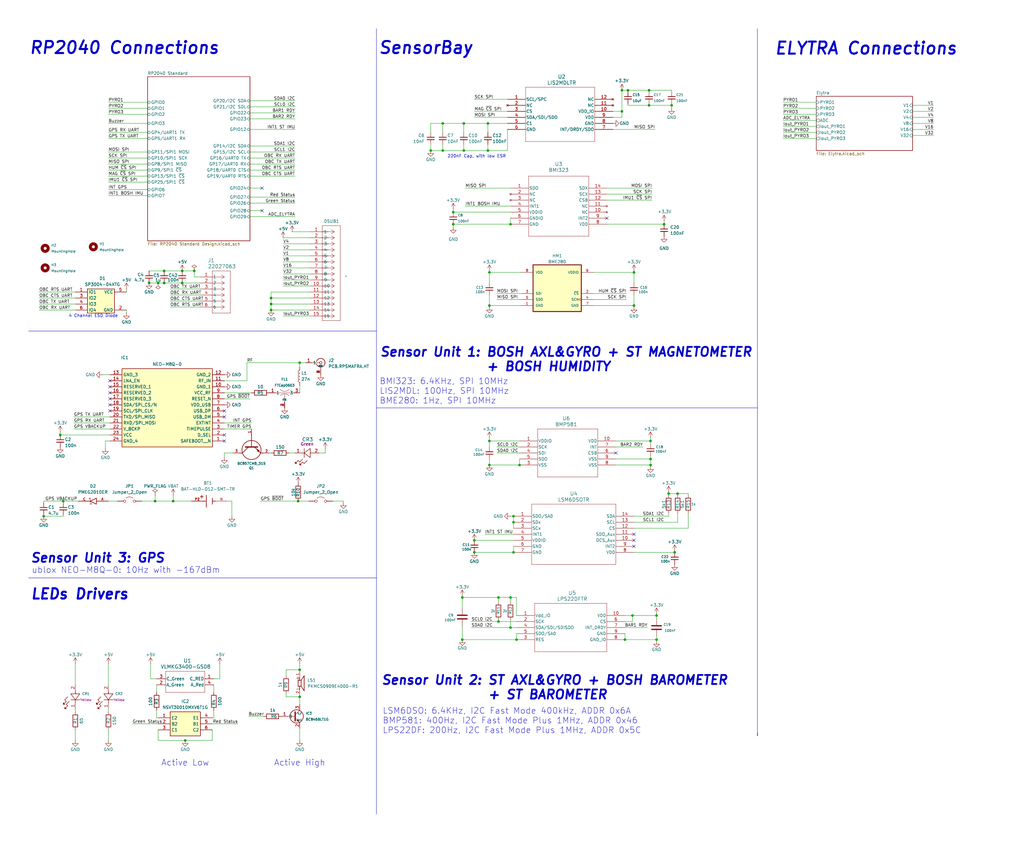
<source format=kicad_sch>
(kicad_sch (version 20250114) (generator "eeschema") (generator_version "9.0")
  (paper "User" 431.8 355.6)
  (title_block (title "Navigator") (date "2025-04-18") (company "Porto Space Team") (comment 1 "Miguel Amorim") (comment 2 "Guilherme Coelho"))
  (text "BMI323: 6.4KHz, SPI 10MHz \nLIS2MDL: 100Hz, SPI 10MHz\nBME280: 1Hz, SPI 10MHz" (at 160.02 165.1 0) (effects (font (size 2.54 2.54)) (justify left)))
  (text "Sensor Unit 2: ST AXL&GYRO + BOSH BAROMETER\n			+ ST BAROMETER " (at 160.655 290.195 0) (effects (font (size 3.81 3.81) (thickness 0.762) (bold yes) (italic yes)) (justify left)))
  (text "SensorBay" (at 159.385 20.32 0) (effects (font (size 5.08 5.08) (thickness 0.8636) (bold yes) (italic yes)) (justify left)))
  (text "Active Low" (at 78.105 321.945 0) (effects (font (size 2.54 2.54))))
  (text "ELYTRA Connections" (at 326.39 20.574 0) (effects (font (size 5.08 5.08) (thickness 0.8636) (bold yes) (italic yes)) (justify left)))
  (text "RP2040 Connections" (at 12.065 20.32 0) (effects (font (size 5.08 5.08) (thickness 0.8636) (bold yes) (italic yes)) (justify left)))
  (text "Sensor Unit 3: GPS\n" (at 12.7 235.585 0) (effects (font (size 3.81 3.81) (thickness 0.762) (bold yes) (italic yes)) (justify left)))
  (text "Active High" (at 126.365 321.945 0) (effects (font (size 2.54 2.54))))
  (text "LEDs Drivers" (at 12.7 250.825 0) (effects (font (size 4.318 4.318) (thickness 0.8636) (bold yes) (italic yes)) (justify left)))
  (text "Sensor Unit 1: BOSH AXL&GYRO + ST MAGNETOMETER \n			+ BOSH HUMIDITY" (at 160.02 151.765 0) (effects (font (size 3.81 3.81) (thickness 0.762) (bold yes) (italic yes)) (justify left)))
  (text "4 Channel ESD Diode" (at 39.37 133.35 0) (effects (font (size 1.27 1.27))))
  (text "ublox NEO-M8Q-0: 10Hz with -167dBm" (at 13.335 240.665 0) (effects (font (size 2.54 2.54)) (justify left)))
  (text "LSM6DSO: 6.4KHz, I2C Fast Mode 400kHz, ADDR 0x6A\nBMP581: 400Hz, I2C Fast Mode Plus 1MHz, ADDR 0x46\nLPS22DF: 200Hz, I2C Fast Mode Plus 1MHz, ADDR 0x5C" (at 161.29 304.165 0) (effects (font (size 2.54 2.54)) (justify left)))
  (text "220nF Cap, with low ESR" (at 213.36 66.04 0) (effects (font (size 1.27 1.27)) (justify right)))
  (junction (at 276.86 259.715))
  (junction (at 210.185 262.255))
  (junction (at 114.3 125.73))
  (junction (at 274.32 186.055))
  (junction (at 217.805 269.875))
  (junction (at 216.535 220.345))
  (junction (at 210.185 252.095))
  (junction (at 76.835 114.3))
  (junction (at 181.61 63.5))
  (junction (at 195.58 52.07))
  (junction (at 81.915 114.3))
  (junction (at 69.215 119.38))
  (junction (at 191.135 89.535))
  (junction (at 200.025 233.045))
  (junction (at 274.32 193.675))
  (junction (at 191.135 94.615))
  (junction (at 195.58 63.5))
  (junction (at 284.48 233.045))
  (junction (at 267.335 128.905))
  (junction (at 206.375 196.215))
  (junction (at 62.865 119.38))
  (junction (at 18.415 217.805))
  (junction (at 114.3 130.81))
  (junction (at 280.035 94.615))
  (junction (at 264.795 38.1))
  (junction (at 194.945 252.095))
  (junction (at 263.525 269.875))
  (junction (at 206.375 186.055))
  (junction (at 73.025 211.455))
  (junction (at 69.215 114.3))
  (junction (at 215.265 252.095))
  (junction (at 125.73 211.455))
  (junction (at 262.255 38.1))
  (junction (at 78.105 312.42))
  (junction (at 25.4 183.515))
  (junction (at 200.025 227.965))
  (junction (at 216.535 233.045))
  (junction (at 66.675 119.38))
  (junction (at 126.365 153.035))
  (junction (at 283.21 44.45))
  (junction (at 114.3 128.27))
  (junction (at 206.375 128.905))
  (junction (at 273.685 44.45))
  (junction (at 126.365 294.005))
  (junction (at 186.69 63.5))
  (junction (at 76.835 119.38))
  (junction (at 285.75 208.28))
  (junction (at 219.075 196.215))
  (junction (at 276.86 269.875))
  (junction (at 65.405 211.455))
  (junction (at 215.265 264.795))
  (junction (at 215.265 94.615))
  (junction (at 194.945 269.875))
  (junction (at 26.67 211.455))
  (junction (at 281.94 208.28))
  (junction (at 274.32 196.215))
  (junction (at 186.69 52.07))
  (junction (at 266.7 259.715))
  (junction (at 267.335 114.935))
  (junction (at 126.365 282.575))
  (junction (at 206.375 114.935))
  (junction (at 216.535 217.805))
  (junction (at 205.74 63.5))
  (junction (at 273.685 38.1))
  (junction (at 262.255 46.99))
  (junction (at 205.74 52.07))
  (no_connect (at 46.355 165.735))
  (no_connect (at 94.615 175.895))
  (no_connect (at 94.615 173.355))
  (no_connect (at 94.615 183.515))
  (no_connect (at 110.49 88.9))
  (no_connect (at 46.355 163.195))
  (no_connect (at 267.335 230.505))
  (no_connect (at 94.615 186.055))
  (no_connect (at 267.335 227.965))
  (no_connect (at 110.49 79.375))
  (no_connect (at 267.335 225.425))
  (no_connect (at 46.355 173.355))
  (no_connect (at 255.905 92.075))
  (no_connect (at 46.355 168.275))
  (no_connect (at 46.355 170.815))
  (no_connect (at 46.355 160.655))
  (no_connect (at 259.715 191.135))
  (wire (pts (xy 89.535 312.42) (xy 89.535 307.975)))
  (wire (pts (xy 195.58 63.5) (xy 205.74 63.5)))
  (wire (pts (xy 105.41 42.545) (xy 124.46 42.545)))
  (wire (pts (xy 123.19 97.79) (xy 130.81 97.79)))
  (wire (pts (xy 200.025 227.965) (xy 216.535 227.965)))
  (wire (pts (xy 200.025 49.53) (xy 213.995 49.53)))
  (wire (pts (xy 281.94 208.28) (xy 281.94 208.915)))
  (wire (pts (xy 181.61 63.5) (xy 186.69 63.5)))
  (wire (pts (xy 205.74 52.07) (xy 213.995 52.07)))
  (wire (pts (xy 120.65 285.115) (xy 120.65 282.575)))
  (wire (pts (xy 120.65 292.735) (xy 120.65 294.005)))
  (wire (pts (xy 18.415 217.805) (xy 26.67 217.805)))
  (wire (pts (xy 267.335 217.805) (xy 281.94 217.805)))
  (polyline (pts (xy 318.135 172.085) (xy 319.405 172.085)))
  (wire (pts (xy 215.265 252.095) (xy 215.265 254)))
  (wire (pts (xy 210.185 262.255) (xy 217.805 262.255)))
  (wire (pts (xy 71.755 129.54) (xy 84.455 129.54)))
  (wire (pts (xy 45.72 74.295) (xy 62.23 74.295)))
  (wire (pts (xy 281.94 216.535) (xy 281.94 217.805)))
  (wire (pts (xy 255.905 79.375) (xy 274.955 79.375)))
  (wire (pts (xy 94.615 165.735) (xy 106.045 165.735)))
  (wire (pts (xy 105.41 61.595) (xy 124.46 61.595)))
  (wire (pts (xy 285.75 208.28) (xy 285.75 208.915)))
  (wire (pts (xy 18.415 212.09) (xy 18.415 211.455)))
  (wire (pts (xy 250.19 114.935) (xy 267.335 114.935)))
  (wire (pts (xy 53.34 132.08) (xy 53.34 130.81)))
  (wire (pts (xy 206.375 184.785) (xy 206.375 186.055)))
  (wire (pts (xy 45.72 69.215) (xy 62.23 69.215)))
  (wire (pts (xy 125.73 211.455) (xy 130.175 211.455)))
  (wire (pts (xy 16.51 130.81) (xy 31.75 130.81)))
  (wire (pts (xy 200.025 41.91) (xy 213.995 41.91)))
  (wire (pts (xy 105.41 71.755) (xy 124.46 71.755)))
  (wire (pts (xy 109.855 211.455) (xy 125.73 211.455)))
  (wire (pts (xy 259.715 188.595) (xy 271.145 188.595)))
  (wire (pts (xy 69.215 119.38) (xy 76.835 119.38)))
  (wire (pts (xy 69.215 114.3) (xy 76.835 114.3)))
  (wire (pts (xy 66.04 302.895) (xy 66.675 302.895)))
  (wire (pts (xy 76.835 114.3) (xy 81.915 114.3)))
  (wire (pts (xy 330.2 50.8) (xy 344.17 50.8)))
  (wire (pts (xy 114.3 130.81) (xy 130.81 130.81)))
  (wire (pts (xy 259.715 193.675) (xy 274.32 193.675)))
  (wire (pts (xy 114.3 130.81) (xy 114.3 128.27)))
  (wire (pts (xy 105.41 79.375) (xy 110.49 79.375)))
  (wire (pts (xy 105.41 47.625) (xy 124.46 47.625)))
  (wire (pts (xy 276.86 259.715) (xy 276.86 260.985)))
  (wire (pts (xy 45.72 71.755) (xy 62.23 71.755)))
  (wire (pts (xy 198.755 264.795) (xy 215.265 264.795)))
  (wire (pts (xy 273.685 43.815) (xy 273.685 44.45)))
  (wire (pts (xy 186.69 52.07) (xy 186.69 55.88)))
  (wire (pts (xy 45.72 45.72) (xy 62.23 45.72)))
  (wire (pts (xy 191.135 89.535) (xy 215.265 89.535)))
  (wire (pts (xy 31.115 175.895) (xy 46.355 175.895)))
  (wire (pts (xy 62.865 114.3) (xy 69.215 114.3)))
  (wire (pts (xy 45.72 64.135) (xy 62.23 64.135)))
  (wire (pts (xy 283.21 45.72) (xy 283.21 44.45)))
  (wire (pts (xy 105.41 83.185) (xy 124.46 83.185)))
  (wire (pts (xy 126.365 293.37) (xy 126.365 294.005)))
  (wire (pts (xy 63.5 280.035) (xy 63.5 286.385)))
  (wire (pts (xy 263.525 262.255) (xy 266.7 262.255)))
  (wire (pts (xy 104.14 153.035) (xy 104.14 160.655)))
  (wire (pts (xy 66.04 299.72) (xy 66.04 302.895)))
  (wire (pts (xy 63.5 286.385) (xy 66.04 286.385)))
  (wire (pts (xy 384.81 46.99) (xy 393.7 46.99)))
  (wire (pts (xy 16.51 128.27) (xy 31.75 128.27)))
  (wire (pts (xy 16.51 123.19) (xy 31.75 123.19)))
  (wire (pts (xy 66.675 119.38) (xy 69.215 119.38)))
  (wire (pts (xy 66.04 288.925) (xy 66.04 292.1)))
  (wire (pts (xy 65.405 208.915) (xy 65.405 211.455)))
  (wire (pts (xy 267.335 233.045) (xy 284.48 233.045)))
  (wire (pts (xy 262.255 46.99) (xy 262.255 49.53)))
  (wire (pts (xy 216.535 217.805) (xy 216.535 220.345)))
  (wire (pts (xy 90.17 286.385) (xy 92.71 286.385)))
  (polyline (pts (xy 319.405 12.065) (xy 319.405 173.99)))
  (wire (pts (xy 144.78 211.455) (xy 144.78 212.09)))
  (wire (pts (xy 330.2 55.88) (xy 344.17 55.88)))
  (wire (pts (xy 274.32 192.405) (xy 274.32 193.675)))
  (wire (pts (xy 45.72 280.035) (xy 45.72 288.925)))
  (wire (pts (xy 119.38 118.11) (xy 130.81 118.11)))
  (wire (pts (xy 384.81 49.53) (xy 393.7 49.53)))
  (wire (pts (xy 81.915 116.84) (xy 84.455 116.84)))
  (wire (pts (xy 191.135 88.265) (xy 191.135 89.535)))
  (wire (pts (xy 186.69 63.5) (xy 195.58 63.5)))
  (wire (pts (xy 195.58 52.07) (xy 205.74 52.07)))
  (wire (pts (xy 119.38 113.03) (xy 130.81 113.03)))
  (wire (pts (xy 267.335 128.905) (xy 267.335 129.54)))
  (wire (pts (xy 59.69 211.455) (xy 65.405 211.455)))
  (wire (pts (xy 26.67 217.805) (xy 26.67 217.17)))
  (wire (pts (xy 90.17 288.925) (xy 90.17 292.1)))
  (wire (pts (xy 45.72 299.085) (xy 45.72 300.355)))
  (wire (pts (xy 196.215 79.375) (xy 215.265 79.375)))
  (wire (pts (xy 384.81 52.07) (xy 393.7 52.07)))
  (wire (pts (xy 262.255 38.1) (xy 262.255 46.99)))
  (wire (pts (xy 105.41 69.215) (xy 124.46 69.215)))
  (wire (pts (xy 209.55 123.825) (xy 219.71 123.825)))
  (wire (pts (xy 255.905 81.915) (xy 274.955 81.915)))
  (wire (pts (xy 26.67 212.09) (xy 26.67 211.455)))
  (wire (pts (xy 31.115 180.975) (xy 46.355 180.975)))
  (wire (pts (xy 71.755 124.46) (xy 84.455 124.46)))
  (polyline (pts (xy 158.75 12.065) (xy 158.75 243.84)))
  (wire (pts (xy 119.38 110.49) (xy 130.81 110.49)))
  (wire (pts (xy 266.7 259.715) (xy 276.86 259.715)))
  (wire (pts (xy 119.38 100.33) (xy 130.81 100.33)))
  (wire (pts (xy 255.905 84.455) (xy 274.955 84.455)))
  (wire (pts (xy 264.795 43.815) (xy 264.795 44.45)))
  (wire (pts (xy 45.72 48.26) (xy 62.23 48.26)))
  (polyline (pts (xy 158.75 243.84) (xy 158.75 343.535)))
  (wire (pts (xy 78.105 312.42) (xy 89.535 312.42)))
  (wire (pts (xy 120.65 282.575) (xy 126.365 282.575)))
  (wire (pts (xy 274.32 193.675) (xy 274.32 196.215)))
  (wire (pts (xy 273.685 44.45) (xy 283.21 44.45)))
  (wire (pts (xy 200.025 233.045) (xy 216.535 233.045)))
  (wire (pts (xy 45.72 43.18) (xy 62.23 43.18)))
  (wire (pts (xy 194.945 264.16) (xy 194.945 269.875)))
  (wire (pts (xy 65.405 211.455) (xy 73.025 211.455)))
  (wire (pts (xy 119.38 102.87) (xy 130.81 102.87)))
  (wire (pts (xy 140.335 211.455) (xy 144.78 211.455)))
  (wire (pts (xy 191.135 94.615) (xy 215.265 94.615)))
  (wire (pts (xy 194.945 252.095) (xy 194.945 256.54)))
  (wire (pts (xy 62.23 55.88) (xy 45.72 55.88)))
  (wire (pts (xy 206.375 128.905) (xy 219.71 128.905)))
  (wire (pts (xy 94.615 191.135) (xy 94.615 193.04)))
  (wire (pts (xy 290.195 208.28) (xy 290.195 208.915)))
  (wire (pts (xy 46.355 186.055) (xy 44.45 186.055)))
  (wire (pts (xy 198.755 262.255) (xy 210.185 262.255)))
  (wire (pts (xy 209.55 191.135) (xy 219.075 191.135)))
  (wire (pts (xy 95.885 211.455) (xy 97.79 211.455)))
  (wire (pts (xy 205.74 60.96) (xy 205.74 63.5)))
  (wire (pts (xy 18.415 217.17) (xy 18.415 217.805)))
  (wire (pts (xy 94.615 180.975) (xy 106.045 180.975)))
  (wire (pts (xy 263.525 264.795) (xy 273.05 264.795)))
  (wire (pts (xy 330.2 43.18) (xy 344.17 43.18)))
  (polyline (pts (xy 319.405 309.245) (xy 319.405 310.515)))
  (wire (pts (xy 206.375 193.675) (xy 206.375 196.215)))
  (wire (pts (xy 181.61 52.07) (xy 186.69 52.07)))
  (wire (pts (xy 267.335 119.38) (xy 267.335 114.935)))
  (wire (pts (xy 206.375 186.055) (xy 219.075 186.055)))
  (wire (pts (xy 217.805 267.335) (xy 217.805 269.875)))
  (wire (pts (xy 384.81 57.15) (xy 393.7 57.15)))
  (wire (pts (xy 45.72 66.675) (xy 62.23 66.675)))
  (wire (pts (xy 25.4 183.515) (xy 46.355 183.515)))
  (wire (pts (xy 126.365 154.94) (xy 126.365 153.035)))
  (wire (pts (xy 215.265 264.795) (xy 217.805 264.795)))
  (polyline (pts (xy 12.065 243.84) (xy 158.75 243.84)))
  (wire (pts (xy 66.675 307.975) (xy 66.675 312.42)))
  (wire (pts (xy 114.3 125.73) (xy 114.3 128.27)))
  (wire (pts (xy 206.375 128.905) (xy 206.375 129.54)))
  (wire (pts (xy 206.375 114.3) (xy 206.375 114.935)))
  (wire (pts (xy 330.2 58.42) (xy 344.17 58.42)))
  (wire (pts (xy 119.38 115.57) (xy 130.81 115.57)))
  (wire (pts (xy 186.69 60.96) (xy 186.69 63.5)))
  (wire (pts (xy 284.48 232.41) (xy 284.48 233.045)))
  (wire (pts (xy 259.715 196.215) (xy 274.32 196.215)))
  (wire (pts (xy 262.255 49.53) (xy 258.445 49.53)))
  (wire (pts (xy 206.375 188.595) (xy 206.375 186.055)))
  (wire (pts (xy 215.265 217.805) (xy 216.535 217.805)))
  (wire (pts (xy 209.55 126.365) (xy 219.71 126.365)))
  (wire (pts (xy 71.755 121.92) (xy 84.455 121.92)))
  (wire (pts (xy 186.69 52.07) (xy 195.58 52.07)))
  (wire (pts (xy 181.61 52.07) (xy 181.61 55.88)))
  (wire (pts (xy 114.3 128.27) (xy 130.81 128.27)))
  (wire (pts (xy 126.365 162.56) (xy 126.365 165.735)))
  (wire (pts (xy 114.3 123.19) (xy 114.3 125.73)))
  (wire (pts (xy 105.41 64.135) (xy 124.46 64.135)))
  (wire (pts (xy 181.61 60.96) (xy 181.61 63.5)))
  (wire (pts (xy 126.365 294.005) (xy 126.365 297.18)))
  (wire (pts (xy 45.72 76.835) (xy 62.23 76.835)))
  (wire (pts (xy 209.55 188.595) (xy 219.075 188.595)))
  (wire (pts (xy 126.365 307.34) (xy 126.365 312.42)))
  (wire (pts (xy 274.32 184.785) (xy 274.32 186.055)))
  (wire (pts (xy 105.41 91.44) (xy 124.46 91.44)))
  (wire (pts (xy 97.79 211.455) (xy 97.79 217.805)))
  (wire (pts (xy 215.265 261.62) (xy 215.265 264.795)))
  (wire (pts (xy 216.535 222.885) (xy 216.535 220.345)))
  (wire (pts (xy 266.7 262.255) (xy 266.7 259.715)))
  (wire (pts (xy 31.115 178.435) (xy 46.355 178.435)))
  (wire (pts (xy 66.675 119.38) (xy 62.865 119.38)))
  (wire (pts (xy 44.45 186.055) (xy 44.45 189.23)))
  (wire (pts (xy 263.525 259.715) (xy 266.7 259.715)))
  (wire (pts (xy 66.675 312.42) (xy 78.105 312.42)))
  (wire (pts (xy 263.525 267.335) (xy 263.525 269.875)))
  (wire (pts (xy 94.615 178.435) (xy 106.045 178.435)))
  (wire (pts (xy 104.14 160.655) (xy 94.615 160.655)))
  (wire (pts (xy 194.945 251.46) (xy 194.945 252.095)))
  (wire (pts (xy 105.41 88.9) (xy 110.49 88.9)))
  (wire (pts (xy 31.75 280.035) (xy 31.75 288.925)))
  (wire (pts (xy 283.21 43.815) (xy 283.21 44.45)))
  (wire (pts (xy 89.535 302.895) (xy 90.17 302.895)))
  (wire (pts (xy 195.58 52.07) (xy 195.58 55.88)))
  (wire (pts (xy 43.18 158.115) (xy 46.355 158.115)))
  (wire (pts (xy 384.81 54.61) (xy 393.7 54.61)))
  (wire (pts (xy 267.335 222.885) (xy 290.195 222.885)))
  (wire (pts (xy 55.88 305.435) (xy 66.675 305.435)))
  (wire (pts (xy 250.19 123.825) (xy 264.16 123.825)))
  (wire (pts (xy 126.365 282.575) (xy 126.365 283.21)))
  (wire (pts (xy 119.38 133.35) (xy 130.81 133.35)))
  (wire (pts (xy 215.265 252.095) (xy 217.805 252.095)))
  (wire (pts (xy 114.3 123.19) (xy 130.81 123.19)))
  (wire (pts (xy 194.945 252.095) (xy 210.185 252.095)))
  (wire (pts (xy 16.51 125.73) (xy 31.75 125.73)))
  (wire (pts (xy 267.335 124.46) (xy 267.335 128.905)))
  (wire (pts (xy 26.67 211.455) (xy 33.02 211.455)))
  (wire (pts (xy 45.72 307.975) (xy 45.72 312.42)))
  (wire (pts (xy 105.41 45.085) (xy 124.46 45.085)))
  (wire (pts (xy 276.86 259.08) (xy 276.86 259.715)))
  (wire (pts (xy 217.805 252.095) (xy 217.805 259.715)))
  (wire (pts (xy 267.335 220.345) (xy 285.75 220.345)))
  (wire (pts (xy 263.525 269.875) (xy 276.86 269.875)))
  (wire (pts (xy 210.185 261.62) (xy 210.185 262.255)))
  (wire (pts (xy 206.375 196.215) (xy 219.075 196.215)))
  (wire (pts (xy 219.075 193.675) (xy 219.075 196.215)))
  (wire (pts (xy 121.92 191.135) (xy 124.46 191.135)))
  (wire (pts (xy 31.75 299.085) (xy 31.75 300.355)))
  (wire (pts (xy 53.34 121.92) (xy 53.34 123.19)))
  (wire (pts (xy 205.74 63.5) (xy 213.995 63.5)))
  (wire (pts (xy 273.685 38.735) (xy 273.685 38.1)))
  (wire (pts (xy 276.86 269.875) (xy 276.86 268.605)))
  (wire (pts (xy 45.72 80.01) (xy 62.23 80.01)))
  (wire (pts (xy 73.025 211.455) (xy 80.645 211.455)))
  (wire (pts (xy 206.375 114.935) (xy 219.71 114.935)))
  (wire (pts (xy 215.265 92.075) (xy 215.265 94.615)))
  (wire (pts (xy 259.715 186.055) (xy 274.32 186.055)))
  (wire (pts (xy 283.21 38.735) (xy 283.21 38.1)))
  (wire (pts (xy 290.195 216.535) (xy 290.195 222.885)))
  (wire (pts (xy 45.72 211.455) (xy 49.53 211.455)))
  (wire (pts (xy 194.945 269.875) (xy 217.805 269.875)))
  (wire (pts (xy 205.74 52.07) (xy 205.74 55.88)))
  (wire (pts (xy 204.47 225.425) (xy 216.535 225.425)))
  (wire (pts (xy 73.025 208.915) (xy 73.025 211.455)))
  (wire (pts (xy 81.915 114.3) (xy 81.915 116.84)))
  (wire (pts (xy 94.615 191.135) (xy 98.425 191.135)))
  (wire (pts (xy 255.905 94.615) (xy 280.035 94.615)))
  (wire (pts (xy 105.41 74.295) (xy 124.46 74.295)))
  (wire (pts (xy 200.025 46.99) (xy 213.995 46.99)))
  (wire (pts (xy 264.795 44.45) (xy 273.685 44.45)))
  (wire (pts (xy 104.14 153.035) (xy 126.365 153.035)))
  (wire (pts (xy 113.665 191.135) (xy 114.3 191.135)))
  (wire (pts (xy 213.995 63.5) (xy 213.995 54.61)))
  (wire (pts (xy 137.16 191.135) (xy 134.62 191.135)))
  (wire (pts (xy 196.215 86.995) (xy 215.265 86.995)))
  (wire (pts (xy 105.41 50.165) (xy 124.46 50.165)))
  (wire (pts (xy 285.75 216.535) (xy 285.75 220.345)))
  (wire (pts (xy 45.72 52.07) (xy 62.23 52.07)))
  (wire (pts (xy 119.38 105.41) (xy 130.81 105.41)))
  (wire (pts (xy 258.445 54.61) (xy 276.225 54.61)))
  (wire (pts (xy 25.4 182.245) (xy 25.4 183.515)))
  (wire (pts (xy 250.19 128.905) (xy 267.335 128.905)))
  (wire (pts (xy 31.75 307.975) (xy 31.75 312.42)))
  (wire (pts (xy 105.41 54.61) (xy 124.46 54.61)))
  (wire (pts (xy 264.795 38.1) (xy 264.795 38.735)))
  (wire (pts (xy 206.375 124.46) (xy 206.375 128.905)))
  (wire (pts (xy 267.335 114.3) (xy 267.335 114.935)))
  (wire (pts (xy 104.775 302.26) (xy 111.125 302.26)))
  (wire (pts (xy 274.32 196.85) (xy 274.32 196.215)))
  (wire (pts (xy 114.3 125.73) (xy 130.81 125.73)))
  (wire (pts (xy 94.615 168.275) (xy 105.41 168.275)))
  (wire (pts (xy 216.535 230.505) (xy 216.535 233.045)))
  (wire (pts (xy 119.38 107.95) (xy 130.81 107.95)))
  (wire (pts (xy 210.185 252.095) (xy 210.185 254)))
  (wire (pts (xy 120.65 294.005) (xy 126.365 294.005)))
  (wire (pts (xy 18.415 211.455) (xy 26.67 211.455)))
  (wire (pts (xy 206.375 119.38) (xy 206.375 114.935)))
  (wire (pts (xy 276.86 270.51) (xy 276.86 269.875)))
  (polyline (pts (xy 158.75 172.085) (xy 318.135 172.085)))
  (wire (pts (xy 264.16 126.365) (xy 250.19 126.365)))
  (wire (pts (xy 105.41 85.725) (xy 124.46 85.725)))
  (wire (pts (xy 280.035 93.345) (xy 280.035 94.615)))
  (polyline (pts (xy 12.065 139.7) (xy 158.75 139.7)))
  (wire (pts (xy 71.755 127) (xy 84.455 127)))
  (wire (pts (xy 330.2 48.26) (xy 344.17 48.26)))
  (wire (pts (xy 384.81 44.45) (xy 393.7 44.45)))
  (wire (pts (xy 191.135 95.885) (xy 191.135 94.615)))
  (wire (pts (xy 281.94 207.645) (xy 281.94 208.28)))
  (wire (pts (xy 262.255 46.99) (xy 258.445 46.99)))
  (wire (pts (xy 119.38 120.65) (xy 130.81 120.65)))
  (wire (pts (xy 264.795 38.1) (xy 273.685 38.1)))
  (wire (pts (xy 105.41 66.675) (xy 124.46 66.675)))
  (wire (pts (xy 274.32 186.055) (xy 274.32 187.325)))
  (wire (pts (xy 90.17 299.72) (xy 90.17 302.895)))
  (wire (pts (xy 126.365 280.035) (xy 126.365 282.575)))
  (wire (pts (xy 210.185 252.095) (xy 215.265 252.095)))
  (wire (pts (xy 330.2 53.34) (xy 344.17 53.34)))
  (wire (pts (xy 45.72 82.55) (xy 62.23 82.55)))
  (polyline (pts (xy 319.405 173.99) (xy 319.405 310.515)))
  (wire (pts (xy 195.58 60.96) (xy 195.58 63.5)))
  (wire (pts (xy 92.71 280.035) (xy 92.71 286.385)))
  (wire (pts (xy 62.23 58.42) (xy 45.72 58.42)))
  (wire (pts (xy 285.75 208.28) (xy 290.195 208.28)))
  (wire (pts (xy 137.16 189.23) (xy 137.16 191.135)))
  (wire (pts (xy 281.94 208.28) (xy 285.75 208.28)))
  (wire (pts (xy 262.255 38.1) (xy 264.795 38.1)))
  (wire (pts (xy 76.835 119.38) (xy 84.455 119.38)))
  (wire (pts (xy 126.365 153.035) (xy 128.905 153.035)))
  (wire (pts (xy 330.2 45.72) (xy 344.17 45.72)))
  (wire (pts (xy 273.685 38.1) (xy 283.21 38.1)))
  (wire (pts (xy 89.535 305.435) (xy 100.33 305.435)))
  (label "MOSI SPI" (at 274.955 79.375 180))
  (label "PYRO2" (at 45.72 45.72 0))
  (label "OBC CTS UART" (at 16.51 125.73 0))
  (label "Iout_PYRO2" (at 330.2 55.88 0))
  (label "OBC RX UART" (at 16.51 130.81 0))
  (label "OBC RTS UART" (at 71.755 129.54 0))
  (label "PYRO3" (at 45.72 48.26 0))
  (label "OBC CTS UART" (at 71.755 127 0))
  (label "SCK SPI" (at 45.72 66.675 0))
  (label "Iout_PYRO2" (at 119.38 120.65 0))
  (label "MAG ~{CS} SPI" (at 200.025 46.99 0))
  (label "INT GPS" (at 45.72 80.01 0))
  (label "V32" (at 393.7 57.15 180))
  (label "SCL1 I2C" (at 124.46 64.135 180))
  (label "MISO SPI" (at 276.225 54.61 180))
  (label "IMU1 ~{CS} SPI" (at 45.72 76.835 0))
  (label "SDA1 I2C" (at 124.46 61.595 180))
  (label "V16" (at 119.38 113.03 0))
  (label "GPS VBACKUP" (at 19.05 211.455 0))
  (label "V4" (at 119.38 102.87 0))
  (label "HUM ~{CS} SPI" (at 45.72 71.755 0))
  (label "TIMER GPS" (at 106.045 180.975 180))
  (label "OBC RX UART" (at 71.755 124.46 0))
  (label "GPS ~{BOOT}" (at 109.855 211.455 0))
  (label "V1" (at 119.38 107.95 0))
  (label "MISO SPI" (at 196.215 79.375 0))
  (label "SDA0 I2C" (at 198.755 264.795 0))
  (label "PYRO2" (at 330.2 45.72 0))
  (label "OBC TX UART" (at 124.46 69.215 180))
  (label "MISO SPI" (at 45.72 69.215 0))
  (label "V1" (at 393.7 44.45 180))
  (label "Green Status" (at 55.88 305.435 0))
  (label "INT GPS" (at 106.045 178.435 180))
  (label "SCK SPI" (at 200.025 41.91 0))
  (label "HUM ~{CS} SPI" (at 264.16 123.825 180))
  (label "V8" (at 119.38 110.49 0))
  (label "Iout_PYRO1" (at 119.38 118.11 0))
  (label "GPS TX UART" (at 31.115 175.895 0))
  (label "SDA0 I2C" (at 124.46 42.545 180))
  (label "V2" (at 393.7 46.99 180))
  (label "INT1 BOSH IMU" (at 196.215 86.995 0))
  (label "Buzzer" (at 104.775 302.26 0))
  (label "MOSI SPI" (at 209.55 123.825 0))
  (label "INT1 ST IMU" (at 124.46 54.61 180))
  (label "INT1 BOSH IMU" (at 45.72 82.55 0))
  (label "V32" (at 119.38 115.57 0))
  (label "SCK SPI" (at 264.16 126.365 180))
  (label "GPS TX UART" (at 45.72 58.42 0))
  (label "BAR1 RDY" (at 124.46 47.625 180))
  (label "Buzzer" (at 45.72 52.07 0))
  (label "SCL1 I2C" (at 280.035 220.345 180))
  (label "OBC CTS UART" (at 124.46 74.295 180))
  (label "MAG ~{CS} SPI" (at 45.72 74.295 0))
  (label "BAR1 RDY" (at 273.05 264.795 180))
  (label "INT1 ST IMU" (at 204.47 225.425 0))
  (label "SDA1 I2C" (at 280.035 217.805 180))
  (label "V2" (at 119.38 105.41 0))
  (label "MOSI SPI" (at 45.72 64.135 0))
  (label "ADC_ELYTRA" (at 124.46 91.44 180))
  (label "V4" (at 393.7 49.53 180))
  (label "BAR2 RDY" (at 271.145 188.595 180))
  (label "MISO SPI" (at 209.55 126.365 0))
  (label "Green Status" (at 124.46 85.725 180))
  (label "V8" (at 393.7 52.07 180))
  (label "Iout_PYRO3" (at 119.38 133.35 0))
  (label "GPS VBACKUP" (at 31.115 180.975 0))
  (label "SCL0 I2C" (at 198.755 262.255 0))
  (label "OBC RTS UART" (at 16.51 123.19 0))
  (label "OBC RX UART" (at 124.46 66.675 180))
  (label "Red Status" (at 124.46 83.185 180))
  (label "SCK SPI" (at 274.955 81.915 180))
  (label "ADC_ELYTRA" (at 330.2 50.8 0))
  (label "SCL0 I2C" (at 124.46 45.085 180))
  (label "GPS ~{BOOT}" (at 105.41 168.275 180))
  (label "V16" (at 393.7 54.61 180))
  (label "PYRO1" (at 330.2 43.18 0))
  (label "OBC TX UART" (at 71.755 121.92 0))
  (label "MOSI SPI" (at 200.025 49.53 0))
  (label "GPS RX UART" (at 31.115 178.435 0))
  (label "OBC TX UART" (at 16.51 128.27 0))
  (label "PYRO1" (at 45.72 43.18 0))
  (label "PYRO3" (at 330.2 48.26 0))
  (label "Iout_PYRO1" (at 330.2 53.34 0))
  (label "SDA0 I2C" (at 209.55 191.135 0))
  (label "SCL0 I2C" (at 209.55 188.595 0))
  (label "BAR2 RDY" (at 124.46 50.165 180))
  (label "RF" (at 104.14 153.035 0))
  (label "GPS RX UART" (at 45.72 55.88 0))
  (label "OBC RTS UART" (at 124.46 71.755 180))
  (label "IMU1 ~{CS} SPI" (at 274.955 84.455 180))
  (label "Iout_PYRO3" (at 330.2 58.42 0))
  (label "Red Status" (at 100.33 305.435 180))
  (symbol (lib_id "Device:C") (at 276.86 264.795 180) (unit 1)
    (property "Reference" "C19" (at 281.305 263.525 0) (effects (font (size 1.016 1.016))))
    (property "Value" "100nF" (at 282.575 266.065 0) (effects (font (size 1.016 1.016))))
    (property "Footprint" "Capacitor-0402:Capacitor_0402" (effects (hide yes)))
    (property "Description" "Unpolarized capacitor" (effects (hide yes)))
  )
  (symbol (lib_id "power:GND") (at 114.3 130.81 0) (unit 1)
    (property "Reference" "#PWR0100" (effects (hide yes)))
    (property "Value" "GND" (at 114.3 134.62 0))
    (property "Description" "Power symbol creates a global label with name \"GND\" , ground" (effects (hide yes)))
  )
  (symbol (lib_id "PCB_RPSMAFRA_HT:PCB.RPSMAFRA.HT") (at 135.255 153.035 0) (unit 1)
    (property "Reference" "J2" (at 138.43 152.0581 0) (effects (justify left)))
    (property "Value" "PCB.RPSMAFRA.HT" (at 138.43 154.5981 0) (effects (justify left)))
    (property "Footprint" "PCB.RPSMAFRA.HT:PCBRPSMAFRAHT" (effects (hide yes)))
    (property "Datasheet" "https://www.taoglas.com/datasheets/PCB.RPSMAFRA.HT.pdf" (effects (hide yes)))
    (property "Description" "RF Connectors / Coaxial Connectors SMA RA Reverse Polarity PCB Mount, Jack, Gold, 50 , Through Hole Pin" (effects (hide yes)))
    (property "Height" "9.5" (effects (hide yes)))
    (property "Mouser Part Number" "960-PCB.RPSMAFRA.HT" (effects (hide yes)))
    (property "Mouser Price/Stock" "https://www.mouser.co.uk/ProductDetail/Taoglas/PCB.RPSMAFRA.HT?qs=RuW%2Fu%252BNMQmvVc2WiXpnkVw%3D%3D" (effects (hide yes)))
    (property "Manufacturer_Name" "Taoglas" (effects (hide yes)))
    (property "Manufacturer_Part_Number" "PCB.RPSMAFRA.HT" (effects (hide yes)))
  )
  (symbol (lib_id "HDL15-SL-B:HDL15-SL-B") (at 140.97 101.6 0) (unit 1)
    (property "Reference" "DSUB1" (at 136.525 93.345 0) (effects (justify left)))
    (property "Value" "~" (at 145.415 116.5225 0) (effects (justify left)))
    (property "Footprint" "HDL15-SL-B:HDL15-SL-B" (effects (hide yes)))
  )
  (symbol (lib_id "Device:C_Small") (at 18.415 214.63 0) (unit 1)
    (property "Reference" "C1" (at 20.32 213.995 0) (effects (justify left)))
    (property "Value" "4.7u" (at 20.32 216.535 0) (effects (justify left)))
    (property "Footprint" "Capacitor-0402:Capacitor_0402" (effects (hide yes)))
    (property "Description" "Unpolarized capacitor, small symbol" (effects (hide yes)))
  )
  (symbol (lib_id "IMU_BMI323:BMI323") (at 215.265 79.375 0) (unit 1)
    (property "Reference" "U3" (at 235.585 69.215 0) (effects (font (size 1.524 1.524))))
    (property "Value" "BMI323" (at 235.585 71.755 0) (effects (font (size 1.524 1.524))))
    (property "Footprint" "IMU BMI323:BMI323_BOS" (effects (hide yes)))
    (property "Datasheet" "BMI323" (effects (hide yes)))
  )
  (symbol (lib_id "Device:C_Small") (at 206.375 121.92 0) (mirror x) (unit 1)
    (property "Reference" "C13" (at 203.835 121.285 0) (effects (font (size 1.016 1.016)) (justify right)))
    (property "Value" "100n" (at 204.47 123.19 0) (effects (font (size 1.016 1.016)) (justify right)))
    (property "Footprint" "Capacitor-0402:Capacitor_0402" (effects (hide yes)))
    (property "Description" "Unpolarized capacitor, small symbol" (effects (hide yes)))
  )
  (symbol (lib_id "Device:C_Small") (at 280.035 97.155 0) (unit 1)
    (property "Reference" "C20" (at 282.575 95.885 0) (effects (justify left)))
    (property "Value" "100nF" (at 282.575 98.425 0) (effects (justify left)))
    (property "Footprint" "Capacitor-0402:Capacitor_0402" (effects (hide yes)))
    (property "Description" "Unpolarized capacitor, small symbol" (effects (hide yes)))
  )
  (symbol (lib_id "power:GND") (at 276.86 270.51 0) (mirror y) (unit 1)
    (property "Reference" "#PWR049" (effects (hide yes)))
    (property "Value" "GND" (at 274.828 274.066 0) (effects (justify right)))
    (property "Description" "Power symbol creates a global label with name \"GND\" , ground" (effects (hide yes)))
  )
  (symbol (lib_id "power:GND") (at 267.335 129.54 0) (unit 1)
    (property "Reference" "#PWR045" (effects (hide yes)))
    (property "Value" "GND" (at 267.335 133.35 0))
    (property "Description" "Power symbol creates a global label with name \"GND\" , ground" (effects (hide yes)))
  )
  (symbol (lib_id "power:GND") (at 43.18 158.115 270) (unit 1)
    (property "Reference" "#PWR06" (effects (hide yes)))
    (property "Value" "GND" (at 38.1 158.115 90))
    (property "Description" "Power symbol creates a global label with name \"GND\" , ground" (effects (hide yes)))
  )
  (symbol (lib_id "VLMKG3400-GS08:VLMKG3400-GS08") (at 93.98 288.925 180) (unit 1)
    (property "Reference" "U1" (at 80.645 278.765 0) (effects (font (size 1.524 1.524)) (justify left)))
    (property "Value" "VLMKG3400-GS08" (at 88.9 281.305 0) (effects (font (size 1.524 1.524)) (justify left)))
    (property "Footprint" "VLMKG3400-GS08:SMT_00-GS08_VIS" (effects (hide yes)))
    (property "Datasheet" "VLMKG3400-GS08" (effects (hide yes)))
  )
  (symbol (lib_id "Device:C_Small") (at 181.61 58.42 0) (mirror y) (unit 1)
    (property "Reference" "C6" (at 179.07 57.15 0) (effects (justify left)))
    (property "Value" "10nF" (at 179.07 59.69 0) (effects (justify left)))
    (property "Footprint" "Capacitor-0402:Capacitor_0402" (effects (hide yes)))
    (property "Description" "Unpolarized capacitor, small symbol" (effects (hide yes)))
  )
  (symbol (lib_id "power:+3.3V") (at 281.94 207.645 0) (unit 1)
    (property "Reference" "#PWR052" (effects (hide yes)))
    (property "Value" "+3.3V" (at 281.94 203.835 0))
    (property "Description" "Power symbol creates a global label with name \"+3.3V\"" (effects (hide yes)))
  )
  (symbol (lib_id "Mechanical:MountingHole") (at 19.05 104.775 0) (unit 1) (in_bom no)
    (property "Reference" "H2" (at 21.59 103.5049 0) (effects (font (size 1.016 1.016)) (justify left)))
    (property "Value" "MountingHole" (at 21.59 106.0449 0) (effects (font (size 1.016 1.016)) (justify left)))
    (property "Footprint" "MountingHole:MountingHole_3.2mm_M3_ISO7380" (effects (hide yes)))
    (property "Description" "Mounting Hole without connection" (effects (hide yes)))
  )
  (symbol (lib_id "Device:R") (at 285.75 212.725 180) (unit 1)
    (property "Reference" "R14" (at 285.75 210.82 90) (effects (justify left)))
    (property "Value" "5k1" (at 287.782 210.947 90) (effects (justify left)))
    (property "Footprint" "Resistor-0402:RES_0402" (effects (hide yes)))
    (property "Description" "Resistor" (effects (hide yes)))
  )
  (symbol (lib_id "Jumper:Jumper_2_Open") (at 135.255 211.455 0) (unit 1)
    (property "Reference" "JP2" (at 135.255 205.105 0))
    (property "Value" "Jumper_2_Open" (at 135.255 207.645 0))
    (property "Footprint" "Jumper:SolderJumper-2_P1.3mm_Open_RoundedPad1.0x1.5mm" (effects (hide yes)))
    (property "Description" "Jumper, 2-pole, open" (effects (hide yes)))
  )
  (symbol (lib_id "Device:R") (at 114.935 302.26 270) (unit 1)
    (property "Reference" "R6" (at 116.84 302.26 90) (effects (justify right)))
    (property "Value" "1k" (at 116.205 299.72 90) (effects (justify right)))
    (property "Footprint" "Resistor-0603:RES_0603" (effects (hide yes)))
    (property "Description" "Resistor" (effects (hide yes)))
  )
  (symbol (lib_id "VLMY1300-GS08:VLMY1300-GS08") (at 31.75 288.925 90) (mirror x) (unit 1)
    (property "Reference" "CR1" (at 36.195 292.735 90) (effects (font (size 1.016 1.016))))
    (property "Value" "VLMY1300-GS08" (effects (hide yes)))
    (property "Footprint" "LED-Yellow_VLMY1300-GS08:LEDC1608X100N" (effects (hide yes)))
    (property "Datasheet" "VLMY1300-GS08" (effects (hide yes)))
    (property "Description" "Yellow" (at 36.195 295.275 90) (effects (font (size 1.016 1.016))))
  )
  (symbol (lib_id "power:+3.3V") (at 123.19 97.79 0) (unit 1)
    (property "Reference" "#PWR099" (effects (hide yes)))
    (property "Value" "+3.3V" (at 120.142 93.98 0) (effects (justify left)))
    (property "Description" "Power symbol creates a global label with name \"+3.3V\"" (effects (hide yes)))
  )
  (symbol (lib_id "Device:C") (at 194.945 260.35 0) (mirror x) (unit 1)
    (property "Reference" "C9" (at 190.119 259.588 0) (effects (font (size 1.016 1.016))))
    (property "Value" "100nF" (at 189.865 261.62 0) (effects (font (size 1.016 1.016))))
    (property "Footprint" "Capacitor-0402:Capacitor_0402" (effects (hide yes)))
    (property "Description" "Unpolarized capacitor" (effects (hide yes)))
  )
  (symbol (lib_id "Device:R") (at 210.185 257.81 0) (mirror y) (unit 1)
    (property "Reference" "R11" (at 210.185 259.08 90) (effects (font (size 1.016 1.016)) (justify left)))
    (property "Value" "2k" (at 208.915 257.81 0) (effects (font (size 1.016 1.016)) (justify left)))
    (property "Footprint" "Resistor-0402:RES_0402" (effects (hide yes)))
    (property "Description" "Resistor" (effects (hide yes)))
  )
  (symbol (lib_id "Device:C_Small") (at 69.215 116.84 180) (unit 1)
    (property "Reference" "C5" (at 67.31 116.205 0) (effects (justify left)))
    (property "Value" "1u" (at 67.945 118.11 0) (effects (justify left)))
    (property "Footprint" "Capacitor-0402:Capacitor_0402" (effects (hide yes)))
    (property "Description" "Unpolarized capacitor, small symbol" (effects (hide yes)))
  )
  (symbol (lib_id "power:GND") (at 53.34 132.08 0) (unit 1)
    (property "Reference" "#PWR011" (effects (hide yes)))
    (property "Value" "GND" (at 53.34 135.89 0))
    (property "Description" "Power symbol creates a global label with name \"GND\" , ground" (effects (hide yes)))
  )
  (symbol (lib_id "Device:R") (at 281.94 212.725 0) (mirror x) (unit 1)
    (property "Reference" "R13" (at 281.94 210.82 90) (effects (justify left)))
    (property "Value" "5k1" (at 279.908 210.947 90) (effects (justify left)))
    (property "Footprint" "Resistor-0402:RES_0402" (effects (hide yes)))
    (property "Description" "Resistor" (effects (hide yes)))
  )
  (symbol (lib_id "Mechanical:MountingHole") (at 19.05 113.03 0) (unit 1) (in_bom no)
    (property "Reference" "H3" (at 21.59 111.7599 0) (effects (font (size 1.016 1.016)) (justify left)))
    (property "Value" "MountingHole" (at 21.59 114.2999 0) (effects (font (size 1.016 1.016)) (justify left)))
    (property "Footprint" "MountingHole:MountingHole_3.2mm_M3_ISO7380" (effects (hide yes)))
    (property "Description" "Mounting Hole without connection" (effects (hide yes)))
  )
  (symbol (lib_id "power:PWR_FLAG") (at 65.405 208.915 0) (unit 1)
    (property "Reference" "#FLG02" (effects (hide yes)))
    (property "Value" "PWR_FLAG" (at 65.405 205.105 0))
    (property "Description" "Special symbol for telling ERC where power comes from" (effects (hide yes)))
  )
  (symbol (lib_id "Device:C_Small") (at 205.74 58.42 0) (unit 1)
    (property "Reference" "C12" (at 207.645 57.15 0) (effects (justify left)))
    (property "Value" "100nF" (at 207.645 59.69 0) (effects (justify left)))
    (property "Footprint" "Capacitor-0402:Capacitor_0402" (effects (hide yes)))
    (property "Description" "Unpolarized capacitor, small symbol" (effects (hide yes)))
  )
  (symbol (lib_id "power:+5V") (at 126.365 280.035 0) (unit 1)
    (property "Reference" "#PWR025" (effects (hide yes)))
    (property "Value" "+5V" (at 126.365 276.225 0))
    (property "Description" "Power symbol creates a global label with name \"+5V\"" (effects (hide yes)))
  )
  (symbol (lib_id "Device:C_Small") (at 267.335 121.92 180) (unit 1)
    (property "Reference" "C16" (at 269.875 121.285 0) (effects (font (size 1.016 1.016)) (justify right)))
    (property "Value" "100n" (at 269.24 123.19 0) (effects (font (size 1.016 1.016)) (justify right)))
    (property "Footprint" "Capacitor-0402:Capacitor_0402" (effects (hide yes)))
    (property "Description" "Unpolarized capacitor, small symbol" (effects (hide yes)))
  )
  (symbol (lib_id "GreenLED__VLMC3100-GS08:VLMC3100-GS08") (at 134.62 191.135 180) (unit 1)
    (property "Reference" "CR3" (at 132.08 185.42 0) (effects (font (size 1.524 1.524)) (justify left)))
    (property "Value" "VLMC3100-GS08" (effects (hide yes)))
    (property "Footprint" "LED-Green_VLMC3100-GS08:LED_PLCC_VSMB" (effects (hide yes)))
    (property "Datasheet" "VLMC3100-GS08" (effects (hide yes)))
    (property "Description" "Green" (at 129.54 187.325 0))
  )
  (symbol (lib_id "Device:C_Small") (at 26.67 214.63 0) (unit 1)
    (property "Reference" "C3" (at 28.575 213.995 0) (effects (justify left)))
    (property "Value" "100n" (at 28.575 216.535 0) (effects (justify left)))
    (property "Footprint" "Capacitor-0402:Capacitor_0402" (effects (hide yes)))
    (property "Description" "Unpolarized capacitor, small symbol" (effects (hide yes)))
  )
  (symbol (lib_id "power:GND") (at 44.45 189.23 0) (unit 1)
    (property "Reference" "#PWR07" (effects (hide yes)))
    (property "Value" "GND" (at 44.45 193.04 0))
    (property "Description" "Power symbol creates a global label with name \"GND\" , ground" (effects (hide yes)))
  )
  (symbol (lib_id "power:+5V") (at 119.38 100.33 0) (unit 1)
    (property "Reference" "#PWR028" (effects (hide yes)))
    (property "Value" "+5V" (at 119.38 96.52 0))
    (property "Description" "Power symbol creates a global label with name \"+5V\"" (effects (hide yes)))
  )
  (symbol (lib_id "Device:R") (at 120.65 288.925 0) (unit 1)
    (property "Reference" "R9" (at 120.65 287.655 90) (effects (justify right)))
    (property "Value" "1k" (at 118.11 287.655 90) (effects (justify right)))
    (property "Footprint" "Resistor-0603:RES_0603" (effects (hide yes)))
    (property "Description" "Resistor" (effects (hide yes)))
  )
  (symbol (lib_id "MAG_LIS2MDLTR:LIS2MDLTR") (at 213.995 41.91 0) (unit 1)
    (property "Reference" "U2" (at 236.855 32.385 0) (effects (font (size 1.524 1.524))))
    (property "Value" "LIS2MDLTR" (at 236.855 34.925 0) (effects (font (size 1.524 1.524))))
    (property "Footprint" "MAG LIS2MDLTR:LGA-12_2X2X1_STM" (effects (hide yes)))
    (property "Datasheet" "LIS2MDLTR" (effects (hide yes)))
  )
  (symbol (lib_id "Device:R") (at 31.75 304.165 180) (unit 1)
    (property "Reference" "R1" (at 31.75 305.435 90) (effects (justify right)))
    (property "Value" "65" (at 34.29 305.435 90) (effects (justify right)))
    (property "Footprint" "Resistor-0603:RES_0603" (effects (hide yes)))
    (property "Description" "Resistor" (effects (hide yes)))
  )
  (symbol (lib_id "power:GND") (at 191.135 95.885 0) (unit 1)
    (property "Reference" "#PWR032" (effects (hide yes)))
    (property "Value" "GND" (at 191.135 100.965 0))
    (property "Description" "Power symbol creates a global label with name \"GND\" , ground" (effects (hide yes)))
  )
  (symbol (lib_id "power:+5V") (at 45.72 280.035 0) (unit 1)
    (property "Reference" "#PWR08" (effects (hide yes)))
    (property "Value" "+5V" (at 45.72 276.225 0))
    (property "Description" "Power symbol creates a global label with name \"+5V\"" (effects (hide yes)))
  )
  (symbol (lib_id "PMEG2010ER:PMEG2010ER") (at 39.37 211.455 180) (unit 1)
    (property "Reference" "D2" (at 39.1795 205.105 0))
    (property "Value" "PMEG2010ER" (at 39.1795 207.645 0))
    (property "Footprint" "Diode-Schottky_PMEG2010ER:SODFL3517X110N" (effects (hide yes)))
    (property "MF" "NXP Semiconductors" (effects (hide yes)))
    (property "Description_1" "Rectifier Diode Schottky 1A Automotive 2-Pin SOD-123W T/R" (effects (hide yes)))
    (property "Package" "SOD-123 Nexperia USA" (effects (hide yes)))
    (property "Price" "None" (effects (hide yes)))
    (property "Check_prices" "https://www.snapeda.com/parts/PMEG2010ER/NXP+Semiconductors/view-part/?ref=eda" (effects (hide yes)))
    (property "STANDARD" "IPC-7351B" (effects (hide yes)))
    (property "PARTREV" "01" (effects (hide yes)))
    (property "SnapEDA_Link" "https://www.snapeda.com/parts/PMEG2010ER/NXP+Semiconductors/view-part/?ref=snap" (effects (hide yes)))
    (property "MP" "PMEG2010ER" (effects (hide yes)))
    (property "Availability" "In Stock" (effects (hide yes)))
    (property "MANUFACTURER" "NEXPERIA" (effects (hide yes)))
  )
  (symbol (lib_id "power:+3.3V") (at 191.135 88.265 0) (unit 1)
    (property "Reference" "#PWR031" (effects (hide yes)))
    (property "Value" "+3.3V" (at 188.087 84.455 0) (effects (justify left)))
    (property "Description" "Power symbol creates a global label with name \"+3.3V\"" (effects (hide yes)))
  )
  (symbol (lib_id "Device:R") (at 125.73 207.645 0) (mirror x) (unit 1)
    (property "Reference" "R10" (at 125.73 205.74 90) (effects (justify left)))
    (property "Value" "10k" (at 123.698 205.867 90) (effects (justify left)))
    (property "Footprint" "Resistor-0402:RES_0402" (effects (hide yes)))
    (property "Description" "Resistor" (effects (hide yes)))
  )
  (symbol (lib_id "Mechanical:MountingHole") (at 39.37 104.14 0) (unit 1) (in_bom no)
    (property "Reference" "H1" (at 41.91 102.8699 0) (effects (font (size 1.016 1.016)) (justify left)))
    (property "Value" "MountingHole" (at 41.91 105.4099 0) (effects (font (size 1.016 1.016)) (justify left)))
    (property "Footprint" "MountingHole:MountingHole_3.2mm_M3_ISO7380" (effects (hide yes)))
    (property "Description" "Mounting Hole without connection" (effects (hide yes)))
  )
  (symbol (lib_id "BC846BLT1G:BC846BLT1G") (at 118.745 302.26 0) (unit 1)
    (property "Reference" "IC3" (at 128.905 300.9899 0) (effects (font (size 1.016 1.016)) (justify left)))
    (property "Value" "BC846BLT1G" (at 128.905 303.5299 0) (effects (font (size 1.016 1.016)) (justify left)))
    (property "Footprint" "BJT NPN:SOT96P237X111-3N" (effects (hide yes)))
    (property "Datasheet" "https://www.onsemi.com/pub/Collateral/BC846ALT1-D.PDF" (effects (hide yes)))
    (property "Description" "Moisture Sensitivity Level: 1; ESD Rating - Human Body Model: >4000 V ESD Rating - Machine Model: >400 V; Pb-Free Packages are Available; S Prefix for Automotive and Other Applications Requiring Unique Site and Control Change Requirements; AEC-Q101 Qualified and PPAP Capable" (effects (hide yes)))
    (property "Height" "1.11" (effects (hide yes)))
    (property "Mouser Part Number" "863-BC846BLT1G" (effects (hide yes)))
    (property "Mouser Price/Stock" "https://www.mouser.co.uk/ProductDetail/onsemi/BC846BLT1G?qs=vNc2DXHODiJuwwGLruzsRg%3D%3D" (effects (hide yes)))
    (property "Manufacturer_Name" "onsemi" (effects (hide yes)))
    (property "Manufacturer_Part_Number" "BC846BLT1G" (effects (hide yes)))
  )
  (symbol (lib_id "Device:C_Small") (at 186.69 58.42 0) (unit 1)
    (property "Reference" "C7" (at 188.595 57.15 0) (effects (justify left)))
    (property "Value" "10nF" (at 188.595 59.69 0) (effects (justify left)))
    (property "Footprint" "Capacitor-0402:Capacitor_0402" (effects (hide yes)))
    (property "Description" "Unpolarized capacitor, small symbol" (effects (hide yes)))
  )
  (symbol (lib_id "power:GND") (at 274.32 196.85 0) (unit 1)
    (property "Reference" "#PWR047" (effects (hide yes)))
    (property "Value" "GND" (at 274.32 200.66 0))
    (property "Description" "Power symbol creates a global label with name \"GND\" , ground" (effects (hide yes)))
  )
  (symbol (lib_id "power:+3.3V") (at 194.945 251.46 0) (unit 1)
    (property "Reference" "#PWR033" (effects (hide yes)))
    (property "Value" "+3.3V" (at 194.945 247.65 0))
    (property "Description" "Power symbol creates a global label with name \"+3.3V\"" (effects (hide yes)))
  )
  (symbol (lib_id "power:+5V") (at 63.5 280.035 0) (unit 1)
    (property "Reference" "#PWR013" (effects (hide yes)))
    (property "Value" "+5V" (at 63.5 276.225 0))
    (property "Description" "Power symbol creates a global label with name \"+5V\"" (effects (hide yes)))
  )
  (symbol (lib_id "Device:C_Small") (at 273.685 41.275 0) (unit 1)
    (property "Reference" "C17" (at 275.59 40.005 0) (effects (font (size 1.016 1.016)) (justify left)))
    (property "Value" "100nF" (at 275.59 42.545 0) (effects (font (size 1.016 1.016)) (justify left)))
    (property "Footprint" "Capacitor-0402:Capacitor_0402" (effects (hide yes)))
    (property "Description" "Unpolarized capacitor, small symbol" (effects (hide yes)))
  )
  (symbol (lib_id "BC857CMB_315:BC857CMB_315") (at 106.045 191.135 90) (mirror x) (unit 1)
    (property "Reference" "Q1" (at 106.045 197.485 90) (effects (font (size 1.016 1.016))))
    (property "Value" "BC857CMB_315" (at 106.045 195.58 90) (effects (font (size 1.016 1.016))))
    (property "Footprint" "PNP_BC857CMB_315:TRANS_PMZB550UNEYL" (effects (hide yes)))
  )
  (symbol (lib_id "FTCap0603:FTCap0603") (at 99.695 165.735 0) (unit 1)
    (property "Reference" "FL1" (at 120.015 160.02 0) (effects (font (size 1.016 1.016))))
    (property "Value" "FTCap0603" (at 120.015 162.56 0) (effects (font (size 1.016 1.016))))
    (property "Footprint" "FTCap_0603:FTCap_0603" (effects (hide yes)))
  )
  (symbol (lib_id "power:GND") (at 94.615 170.815 90) (unit 1)
    (property "Reference" "#PWR020" (effects (hide yes)))
    (property "Value" "GND" (at 99.695 170.815 90))
    (property "Description" "Power symbol creates a global label with name \"GND\" , ground" (effects (hide yes)))
  )
  (symbol (lib_id "power:GND") (at 94.615 193.04 0) (unit 1)
    (property "Reference" "#PWR021" (effects (hide yes)))
    (property "Value" "GND" (at 94.615 196.85 0))
    (property "Description" "Power symbol creates a global label with name \"GND\" , ground" (effects (hide yes)))
  )
  (symbol (lib_id "PKMCS0909E4000-R1:PKMCS0909E4000-R1") (at 126.365 288.29 0) (unit 1)
    (property "Reference" "LS1" (at 129.54 287.0199 0) (effects (justify left)))
    (property "Value" "PKMCS0909E4000-R1" (at 129.54 289.5599 0) (effects (justify left)))
    (property "Footprint" "PKMCS0909E4000-R1:SPKR_PKMCS0909E4000-R1" (effects (hide yes)))
    (property "MF" "Murata" (effects (hide yes)))
    (property "MAXIMUM_PACKAGE_HEIGHT" "1.9 mm" (effects (hide yes)))
    (property "Package" "SMD-2 Murata" (effects (hide yes)))
    (property "Price" "None" (effects (hide yes)))
    (property "Check_prices" "https://www.snapeda.com/parts/PKMCS0909E4000-R1/Murata/view-part/?ref=eda" (effects (hide yes)))
    (property "STANDARD" "Manufacturer Recommendations" (effects (hide yes)))
    (property "PARTREV" "May 22, 2020" (effects (hide yes)))
    (property "SnapEDA_Link" "https://www.snapeda.com/parts/PKMCS0909E4000-R1/Murata/view-part/?ref=snap" (effects (hide yes)))
    (property "MP" "PKMCS0909E4000-R1" (effects (hide yes)))
    (property "Description_1" "Buzzers Transducer, Externally Driven Piezo 1.5 V - 4kHz 65dB @ 1.5V, 10cm Surface Mount Solder Pads" (effects (hide yes)))
    (property "Availability" "In Stock" (effects (hide yes)))
    (property "MANUFACTURER" "Murata Electronics" (effects (hide yes)))
  )
  (symbol (lib_id "BAT-HLD-012-SMT-TR:BAT-HLD-012-SMT-TR") (at 88.265 211.455 0) (unit 1)
    (property "Reference" "BT1" (at 87.63 203.835 0))
    (property "Value" "BAT-HLD-012-SMT-TR" (at 87.63 206.375 0))
    (property "Footprint" "BAT_HLD_012:BAT_BAT-HLD-012-SMT-TR" (effects (hide yes)))
    (property "PARTREV" "A" (effects (hide yes)))
    (property "STANDARD" "Manufacturer Recommendations" (effects (hide yes)))
    (property "MANUFACTURER" "Linx Technologies" (effects (hide yes)))
  )
  (symbol (lib_id "power:GND") (at 215.265 217.805 270) (mirror x) (unit 1)
    (property "Reference" "#PWR041" (effects (hide yes)))
    (property "Value" "GND" (at 212.09 217.805 90) (effects (justify right)))
    (property "Description" "Power symbol creates a global label with name \"GND\" , ground" (effects (hide yes)))
  )
  (symbol (lib_id "Device:L") (at 126.365 158.75 180) (unit 1)
    (property "Reference" "L1" (at 127 157.4799 0) (effects (justify right)))
    (property "Value" "27n" (at 127 160.0199 0) (effects (justify right)))
    (property "Footprint" "Inductor-0402:Inductor_0402" (effects (hide yes)))
    (property "Description" "Inductor" (effects (hide yes)))
  )
  (symbol (lib_id "power:GND") (at 126.365 312.42 0) (unit 1)
    (property "Reference" "#PWR026" (effects (hide yes)))
    (property "Value" "GND" (at 126.365 316.23 0))
    (property "Description" "Power symbol creates a global label with name \"GND\" , ground" (effects (hide yes)))
  )
  (symbol (lib_id "power:+3.3V") (at 137.16 189.23 0) (unit 1)
    (property "Reference" "#PWR088" (effects (hide yes)))
    (property "Value" "+3.3V" (at 137.16 185.42 0))
    (property "Description" "Power symbol creates a global label with name \"+3.3V\"" (effects (hide yes)))
  )
  (symbol (lib_id "power:+3.3V") (at 206.375 184.785 0) (unit 1)
    (property "Reference" "#PWR039" (effects (hide yes)))
    (property "Value" "+3.3V" (at 206.375 180.975 0))
    (property "Description" "Power symbol creates a global label with name \"+3.3V\"" (effects (hide yes)))
  )
  (symbol (lib_id "Device:R") (at 90.17 295.91 180) (unit 1)
    (property "Reference" "R4" (at 90.17 297.815 90) (effects (justify right)))
    (property "Value" "100" (at 92.71 297.815 90) (effects (justify right)))
    (property "Footprint" "Resistor-0603:RES_0603" (effects (hide yes)))
    (property "Description" "Resistor" (effects (hide yes)))
  )
  (symbol (lib_id "power:+3.3V") (at 125.73 203.835 0) (mirror y) (unit 1)
    (property "Reference" "#PWR024" (effects (hide yes)))
    (property "Value" "+3.3V" (at 125.73 200.025 0))
    (property "Description" "Power symbol creates a global label with name \"+3.3V\"" (effects (hide yes)))
  )
  (symbol (lib_id "BARO_LPS22DFTR:LPS22DFTR") (at 217.805 259.715 0) (unit 1)
    (property "Reference" "U5" (at 241.3 250.19 0) (effects (font (size 1.524 1.524))))
    (property "Value" "LPS22DFTR" (at 241.3 252.73 0) (effects (font (size 1.524 1.524))))
    (property "Footprint" "BARO LPS22DFTR:QFN_22DFTR_STM" (effects (hide yes)))
    (property "Datasheet" "LPS22DFTR" (effects (hide yes)))
  )
  (symbol (lib_id "Device:R") (at 109.855 165.735 90) (unit 1)
    (property "Reference" "R5" (at 111.125 165.735 90) (effects (justify left)))
    (property "Value" "10" (at 111.125 163.195 90) (effects (justify left)))
    (property "Footprint" "Resistor-0402:RES_0402" (effects (hide yes)))
    (property "Description" "Resistor" (effects (hide yes)))
  )
  (symbol (lib_id "Device:R") (at 45.72 304.165 180) (unit 1)
    (property "Reference" "R2" (at 45.72 305.435 90) (effects (justify right)))
    (property "Value" "150" (at 48.26 306.07 90) (effects (justify right)))
    (property "Footprint" "Resistor-0603:RES_0603" (effects (hide yes)))
    (property "Description" "Resistor" (effects (hide yes)))
  )
  (symbol (lib_id "power:+5V") (at 73.025 208.915 0) (mirror y) (unit 1)
    (property "Reference" "#PWR014" (effects (hide yes)))
    (property "Value" "VBAT" (at 73.025 205.105 0))
    (property "Description" "Power symbol creates a global label with name \"+5V\"" (effects (hide yes)))
  )
  (symbol (lib_id "power:GND") (at 120.015 172.085 0) (unit 1)
    (property "Reference" "#PWR023" (effects (hide yes)))
    (property "Value" "GND" (at 120.015 175.895 0))
    (property "Description" "Power symbol creates a global label with name \"GND\" , ground" (effects (hide yes)))
  )
  (symbol (lib_id "power:+3.3V") (at 284.48 232.41 0) (unit 1)
    (property "Reference" "#PWR054" (effects (hide yes)))
    (property "Value" "+3.3V" (at 284.48 228.6 0))
    (property "Description" "Power symbol creates a global label with name \"+3.3V\"" (effects (hide yes)))
  )
  (symbol (lib_id "Device:C_Small") (at 284.48 235.585 0) (mirror x) (unit 1)
    (property "Reference" "C22" (at 281.94 234.95 0) (effects (font (size 1.016 1.016)) (justify right)))
    (property "Value" "100n" (at 282.575 236.855 0) (effects (font (size 1.016 1.016)) (justify right)))
    (property "Footprint" "Capacitor-0402:Capacitor_0402" (effects (hide yes)))
    (property "Description" "Unpolarized capacitor, small symbol" (effects (hide yes)))
  )
  (symbol (lib_id "power:+3.3V") (at 274.32 184.785 0) (unit 1)
    (property "Reference" "#PWR046" (effects (hide yes)))
    (property "Value" "+3.3V" (at 274.32 180.975 0))
    (property "Description" "Power symbol creates a global label with name \"+3.3V\"" (effects (hide yes)))
  )
  (symbol (lib_id "power:+3.3V") (at 206.375 114.3 0) (unit 1)
    (property "Reference" "#PWR037" (effects (hide yes)))
    (property "Value" "+3.3V" (at 206.375 110.49 0))
    (property "Description" "Power symbol creates a global label with name \"+3.3V\"" (effects (hide yes)))
  )
  (symbol (lib_id "power:GND") (at 78.105 312.42 0) (unit 1)
    (property "Reference" "#PWR016" (effects (hide yes)))
    (property "Value" "GND" (at 78.105 316.23 0))
    (property "Description" "Power symbol creates a global label with name \"GND\" , ground" (effects (hide yes)))
  )
  (symbol (lib_id "VLMY1300-GS08:VLMY1300-GS08") (at 45.72 288.925 90) (mirror x) (unit 1)
    (property "Reference" "CR2" (at 50.165 292.735 90) (effects (font (size 1.016 1.016))))
    (property "Value" "VLMY1300-GS08" (effects (hide yes)))
    (property "Footprint" "LED-Yellow_VLMY1300-GS08:LEDC1608X100N" (effects (hide yes)))
    (property "Datasheet" "VLMY1300-GS08" (effects (hide yes)))
    (property "Description" "Yellow" (at 50.165 295.275 90) (effects (font (size 1.016 1.016))))
  )
  (symbol (lib_id "Device:C_Small") (at 274.32 189.865 0) (unit 1)
    (property "Reference" "C18" (at 278.13 188.595 0) (effects (font (size 1.016 1.016))))
    (property "Value" "100nF" (at 278.765 190.5 0) (effects (font (size 1.016 1.016))))
    (property "Footprint" "Capacitor-0402:Capacitor_0402" (effects (hide yes)))
    (property "Description" "Unpolarized capacitor, small symbol" (effects (hide yes)))
  )
  (symbol (lib_id "power:GND") (at 206.375 129.54 0) (unit 1)
    (property "Reference" "#PWR038" (effects (hide yes)))
    (property "Value" "GND" (at 206.375 133.35 0))
    (property "Description" "Power symbol creates a global label with name \"GND\" , ground" (effects (hide yes)))
  )
  (symbol (lib_id "LSM6DSOTR:LSM6DSOTR") (at 216.535 217.805 0) (unit 1)
    (property "Reference" "U4" (at 241.935 208.28 0) (effects (font (size 1.524 1.524))))
    (property "Value" "LSM6DSOTR" (at 241.935 210.82 0) (effects (font (size 1.524 1.524))))
    (property "Footprint" "LSM6DSOTR:LGA-14L_2P5X3X0P86_STM" (effects (hide yes)))
    (property "Datasheet" "LSM6DSOTR" (effects (hide yes)))
  )
  (symbol (lib_id "power:+3.3V") (at 262.255 38.1 0) (unit 1)
    (property "Reference" "#PWR043" (effects (hide yes)))
    (property "Value" "+3.3V" (at 259.207 34.036 0) (effects (justify left)))
    (property "Description" "Power symbol creates a global label with name \"+3.3V\"" (effects (hide yes)))
  )
  (symbol (lib_id "Device:C_Small") (at 76.835 116.84 180) (unit 1)
    (property "Reference" "C42" (at 74.93 116.205 0) (effects (justify left)))
    (property "Value" "100n" (at 75.565 118.11 0) (effects (justify left)))
    (property "Footprint" "Capacitor-0402:Capacitor_0402" (effects (hide yes)))
    (property "Description" "Unpolarized capacitor, small symbol" (effects (hide yes)))
  )
  (symbol (lib_id "SP3004-04XTG:SP3004-04XTG") (at 31.75 123.19 0) (unit 1)
    (property "Reference" "D1" (at 43.18 117.475 0))
    (property "Value" "SP3004-04XTG" (at 43.18 120.015 0))
    (property "Footprint" "TVS-SP3004:SOT563_LTF" (effects (hide yes)))
    (property "Datasheet" "https://m.littelfuse.com/~/media/electronics/datasheets/tvs_diode_arrays/littelfuse_tvs_diode_array_sp3004_datasheet.pdf.pdf" (effects (hide yes)))
    (property "Description" "LITTELFUSE - SP3004-04XTG - TVS Diode, Unidirectional, 6 V, 15 V, SOT-563, 6 Pins" (effects (hide yes)))
    (property "Height" "0.6" (effects (hide yes)))
    (property "Mouser Part Number" "576-SP3004-04XTG" (effects (hide yes)))
    (property "Mouser Price/Stock" "https://www.mouser.co.uk/ProductDetail/Littelfuse/SP3004-04XTG?qs=trbuaetfxXQ7JjseAkJ3Ww%3D%3D" (effects (hide yes)))
    (property "Manufacturer_Name" "LITTELFUSE" (effects (hide yes)))
    (property "Manufacturer_Part_Number" "SP3004-04XTG" (effects (hide yes)))
  )
  (symbol (lib_id "power:+3.3V") (at 25.4 182.245 0) (mirror y) (unit 1)
    (property "Reference" "#PWR02" (effects (hide yes)))
    (property "Value" "+3.3V" (at 25.4 178.435 0))
    (property "Description" "Power symbol creates a global label with name \"+3.3V\"" (effects (hide yes)))
  )
  (symbol (lib_id "power:+5V") (at 92.71 280.035 0) (unit 1)
    (property "Reference" "#PWR017" (effects (hide yes)))
    (property "Value" "+5V" (at 92.71 276.225 0))
    (property "Description" "Power symbol creates a global label with name \"+5V\"" (effects (hide yes)))
  )
  (symbol (lib_id "Device:C_Small") (at 191.135 92.075 0) (unit 1)
    (property "Reference" "C8" (at 193.04 90.805 0) (effects (font (size 1.016 1.016)) (justify left)))
    (property "Value" "100nF" (at 193.04 93.345 0) (effects (font (size 1.016 1.016)) (justify left)))
    (property "Footprint" "Capacitor-0402:Capacitor_0402" (effects (hide yes)))
    (property "Description" "Unpolarized capacitor, small symbol" (effects (hide yes)))
  )
  (symbol (lib_id "NSVT30010MXV6T1G:NSVT30010MXV6T1G") (at 66.675 302.895 0) (unit 1)
    (property "Reference" "IC2" (at 78.105 295.91 0))
    (property "Value" "NSVT30010MXV6T1G" (at 78.105 298.45 0))
    (property "Footprint" "2 PNP:SOT-563_1P3X1P7_ONS" (effects (hide yes)))
    (property "Datasheet" "https://www.onsemi.com/pub/Collateral/NST30010MXV6-D.PDF" (effects (hide yes)))
    (property "Description" "Current Gain Matching to 10%; Base-Emitter Voltage Matched to 2 mV; Drop-In Replacement for Standard Device; These are Pb-Free Devices; S and NSV Prefix for Automotive and Other Applications Requiring Unique Site and Control Change Requirements; AEC-Q101 Qualified and PPAP Capable" (effects (hide yes)))
    (property "Height" "0.6" (effects (hide yes)))
    (property "Mouser Part Number" "863-NSVT30010MXV6T1G" (effects (hide yes)))
    (property "Mouser Price/Stock" "https://www.mouser.co.uk/ProductDetail/onsemi/NSVT30010MXV6T1G?qs=dchgzKpACvKgapfe7pOinw%3D%3D" (effects (hide yes)))
    (property "Manufacturer_Name" "onsemi" (effects (hide yes)))
    (property "Manufacturer_Part_Number" "NSVT30010MXV6T1G" (effects (hide yes)))
  )
  (symbol (lib_id "power:PWR_FLAG") (at 81.915 114.3 0) (mirror y) (unit 1)
    (property "Reference" "#FLG03" (effects (hide yes)))
    (property "Value" "PWR_FLAG" (effects (hide yes)))
    (property "Description" "Special symbol for telling ERC where power comes from" (effects (hide yes)))
  )
  (symbol (lib_id "power:+3.3V") (at 267.335 114.3 0) (unit 1)
    (property "Reference" "#PWR044" (effects (hide yes)))
    (property "Value" "+3.3V" (at 267.335 110.49 0))
    (property "Description" "Power symbol creates a global label with name \"+3.3V\"" (effects (hide yes)))
  )
  (symbol (lib_id "Device:R") (at 118.11 191.135 270) (unit 1)
    (property "Reference" "R7" (at 116.84 191.135 90) (effects (justify left)))
    (property "Value" "150" (at 116.205 188.595 90) (effects (justify left)))
    (property "Footprint" "Resistor-0603:RES_0603" (effects (hide yes)))
    (property "Description" "Resistor" (effects (hide yes)))
  )
  (symbol (lib_id "power:GND") (at 194.945 269.875 0) (unit 1)
    (property "Reference" "#PWR034" (effects (hide yes)))
    (property "Value" "GND" (at 196.977 273.431 0) (effects (justify right)))
    (property "Description" "Power symbol creates a global label with name \"GND\" , ground" (effects (hide yes)))
  )
  (symbol (lib_id "power:GND") (at 135.255 158.115 0) (unit 1)
    (property "Reference" "#PWR027" (effects (hide yes)))
    (property "Value" "GND" (at 135.255 161.925 0))
    (property "Description" "Power symbol creates a global label with name \"GND\" , ground" (effects (hide yes)))
  )
  (symbol (lib_id "power:GND") (at 94.615 163.195 90) (unit 1)
    (property "Reference" "#PWR019" (effects (hide yes)))
    (property "Value" "GND" (at 99.695 163.195 90))
    (property "Description" "Power symbol creates a global label with name \"GND\" , ground" (effects (hide yes)))
  )
  (symbol (lib_id "power:GND") (at 97.79 217.805 0) (unit 1)
    (property "Reference" "#PWR022" (effects (hide yes)))
    (property "Value" "GND" (at 97.79 221.615 0))
    (property "Description" "Power symbol creates a global label with name \"GND\" , ground" (effects (hide yes)))
  )
  (symbol (lib_id "power:GND") (at 258.445 52.07 90) (mirror x) (unit 1)
    (property "Reference" "#PWR042" (effects (hide yes)))
    (property "Value" "GND" (at 263.271 52.07 90))
    (property "Description" "Power symbol creates a global label with name \"GND\" , ground" (effects (hide yes)))
  )
  (symbol (lib_id "power:GND") (at 200.025 233.045 0) (unit 1)
    (property "Reference" "#PWR036" (effects (hide yes)))
    (property "Value" "GND" (at 200.025 236.855 0))
    (property "Description" "Power symbol creates a global label with name \"GND\" , ground" (effects (hide yes)))
  )
  (symbol (lib_id "Device:C_Small") (at 200.025 230.505 0) (mirror x) (unit 1)
    (property "Reference" "C11" (at 198.12 229.87 0) (effects (font (size 1.016 1.016)) (justify right)))
    (property "Value" "100n" (at 198.755 231.775 0) (effects (font (size 1.016 1.016)) (justify right)))
    (property "Footprint" "Capacitor-0402:Capacitor_0402" (effects (hide yes)))
    (property "Description" "Unpolarized capacitor, small symbol" (effects (hide yes)))
  )
  (symbol (lib_id "Device:R") (at 290.195 212.725 0) (unit 1)
    (property "Reference" "R15" (at 290.195 214.63 90) (effects (justify left)))
    (property "Value" "1k" (at 291.465 212.725 0) (effects (font (size 1.016 1.016)) (justify left)))
    (property "Footprint" "Resistor-0402:RES_0402" (effects (hide yes)))
    (property "Description" "Resistor" (effects (hide yes)))
  )
  (symbol (lib_id "power:GND") (at 62.865 119.38 0) (mirror y) (unit 1)
    (property "Reference" "#PWR012" (effects (hide yes)))
    (property "Value" "GND" (at 62.865 123.19 0))
    (property "Description" "Power symbol creates a global label with name \"GND\" , ground" (effects (hide yes)))
  )
  (symbol (lib_id "power:GND") (at 94.615 158.115 90) (unit 1)
    (property "Reference" "#PWR018" (effects (hide yes)))
    (property "Value" "GND" (at 99.695 158.115 90))
    (property "Description" "Power symbol creates a global label with name \"GND\" , ground" (effects (hide yes)))
  )
  (symbol (lib_id "power:PWR_FLAG") (at 66.675 119.38 0) (mirror x) (unit 1)
    (property "Reference" "#FLG01" (effects (hide yes)))
    (property "Value" "PWR_FLAG" (effects (hide yes)))
    (property "Description" "Special symbol for telling ERC where power comes from" (effects (hide yes)))
  )
  (symbol (lib_id "NEO-M8Q-0:NEO-M8Q-0") (at 46.355 158.115 0) (unit 1)
    (property "Reference" "IC1" (at 52.578 150.876 0))
    (property "Value" "NEO-M8Q-0" (at 70.485 153.67 0))
    (property "Footprint" "NEO-M8Q-0:NEO-M8_UBL" (effects (hide yes)))
    (property "Datasheet" "https://www.u-blox.com/sites/default/files/NEO-M8-FW3_DataSheet_%28UBX-15031086%29.pdf" (effects (hide yes)))
    (property "Description" "NEO-M8 RF Receiver BeiDou, Galileo, GLONASS, GNSS, GPS 1.575GHz -167dBm" (effects (hide yes)))
    (property "Mouser Part Number" "377-NEO-M8Q-0" (effects (hide yes)))
    (property "Mouser Price/Stock" "https://www.mouser.co.uk/ProductDetail/u-blox/NEO-M8Q-0?qs=zW32dvEIR3tIJq3PavTFTw%3D%3D" (effects (hide yes)))
    (property "Manufacturer_Name" "u-blox" (effects (hide yes)))
    (property "Manufacturer_Part_Number" "NEO-M8Q-0" (effects (hide yes)))
  )
  (symbol (lib_id "power:+5V") (at 53.34 121.92 0) (unit 1)
    (property "Reference" "#PWR010" (effects (hide yes)))
    (property "Value" "+5V" (at 53.34 118.11 0))
    (property "Description" "Power symbol creates a global label with name \"+5V\"" (effects (hide yes)))
  )
  (symbol (lib_id "Device:R") (at 215.265 257.81 0) (mirror y) (unit 1)
    (property "Reference" "R12" (at 215.265 259.08 90) (effects (font (size 1.016 1.016)) (justify left)))
    (property "Value" "2k" (at 213.995 257.81 0) (effects (font (size 1.016 1.016)) (justify left)))
    (property "Footprint" "Resistor-0402:RES_0402" (effects (hide yes)))
    (property "Description" "Resistor" (effects (hide yes)))
  )
  (symbol (lib_id "power:GND") (at 25.4 188.595 0) (unit 1)
    (property "Reference" "#PWR03" (effects (hide yes)))
    (property "Value" "GND" (at 25.4 192.405 0))
    (property "Description" "Power symbol creates a global label with name \"GND\" , ground" (effects (hide yes)))
  )
  (symbol (lib_id "Jumper:Jumper_2_Open") (at 54.61 211.455 0) (unit 1)
    (property "Reference" "JP1" (at 54.61 205.105 0))
    (property "Value" "Jumper_2_Open" (at 54.61 207.645 0))
    (property "Footprint" "Jumper:SolderJumper-2_P1.3mm_Open_RoundedPad1.0x1.5mm" (effects (hide yes)))
    (property "Description" "Jumper, 2-pole, open" (effects (hide yes)))
  )
  (symbol (lib_id "power:GND") (at 284.48 238.125 0) (unit 1)
    (property "Reference" "#PWR055" (effects (hide yes)))
    (property "Value" "GND" (at 284.48 241.935 0))
    (property "Description" "Power symbol creates a global label with name \"GND\" , ground" (effects (hide yes)))
  )
  (symbol (lib_id "power:GND") (at 283.21 45.72 0) (mirror y) (unit 1)
    (property "Reference" "#PWR053" (effects (hide yes)))
    (property "Value" "GND" (at 283.21 49.53 0))
    (property "Description" "Power symbol creates a global label with name \"GND\" , ground" (effects (hide yes)))
  )
  (symbol (lib_id "power:GND") (at 144.78 212.09 0) (unit 1)
    (property "Reference" "#PWR029" (effects (hide yes)))
    (property "Value" "GND" (at 144.78 215.9 0))
    (property "Description" "Power symbol creates a global label with name \"GND\" , ground" (effects (hide yes)))
  )
  (symbol (lib_id "power:+5V") (at 76.835 114.3 0) (mirror y) (unit 1)
    (property "Reference" "#PWR015" (effects (hide yes)))
    (property "Value" "+5V" (at 76.835 110.49 0))
    (property "Description" "Power symbol creates a global label with name \"+5V\"" (effects (hide yes)))
  )
  (symbol (lib_id "022027063:22027063") (at 84.455 116.84 0) (unit 1)
    (property "Reference" "J1" (at 87.63 109.855 0) (effects (font (size 1.524 1.524)) (justify left)))
    (property "Value" "22027063" (at 87.63 112.395 0) (effects (font (size 1.524 1.524)) (justify left)))
    (property "Footprint" "6 Female Conn:CONN6X1_22027063_MOL" (effects (hide yes)))
    (property "Datasheet" "22027063" (effects (hide yes)))
  )
  (symbol (lib_id "power:GND") (at 31.75 312.42 0) (unit 1)
    (property "Reference" "#PWR05" (effects (hide yes)))
    (property "Value" "GND" (at 31.75 316.23 0))
    (property "Description" "Power symbol creates a global label with name \"GND\" , ground" (effects (hide yes)))
  )
  (symbol (lib_id "Device:C_Small") (at 195.58 58.42 0) (unit 1)
    (property "Reference" "C10" (at 197.485 57.15 0) (effects (justify left)))
    (property "Value" "100nF" (at 197.485 59.69 0) (effects (justify left)))
    (property "Footprint" "Capacitor-0402:Capacitor_0402" (effects (hide yes)))
    (property "Description" "Unpolarized capacitor, small symbol" (effects (hide yes)))
  )
  (symbol (lib_id "Device:C_Small") (at 264.795 41.275 0) (unit 1)
    (property "Reference" "C15" (at 266.7 40.005 0) (effects (font (size 1.016 1.016)) (justify left)))
    (property "Value" "10uF" (at 266.7 42.545 0) (effects (font (size 1.016 1.016)) (justify left)))
    (property "Footprint" "Capacitor-0805:Capacitor_0805" (effects (hide yes)))
    (property "Description" "Unpolarized capacitor, small symbol" (effects (hide yes)))
  )
  (symbol (lib_id "power:GND") (at 181.61 63.5 0) (unit 1)
    (property "Reference" "#PWR030" (effects (hide yes)))
    (property "Value" "GND" (at 181.61 67.31 0))
    (property "Description" "Power symbol creates a global label with name \"GND\" , ground" (effects (hide yes)))
  )
  (symbol (lib_id "power:GND") (at 280.035 99.695 0) (unit 1)
    (property "Reference" "#PWR051" (effects (hide yes)))
    (property "Value" "GND" (at 280.035 104.775 0))
    (property "Description" "Power symbol creates a global label with name \"GND\" , ground" (effects (hide yes)))
  )
  (symbol (lib_id "Device:C_Small") (at 25.4 186.055 0) (unit 1)
    (property "Reference" "C2" (at 27.305 185.42 0) (effects (justify left)))
    (property "Value" "100n" (at 27.305 187.96 0) (effects (justify left)))
    (property "Footprint" "Capacitor-0402:Capacitor_0402" (effects (hide yes)))
    (property "Description" "Unpolarized capacitor, small symbol" (effects (hide yes)))
  )
  (symbol (lib_id "power:GND") (at 18.415 217.805 0) (unit 1)
    (property "Reference" "#PWR01" (effects (hide yes)))
    (property "Value" "GND" (at 18.415 221.615 0))
    (property "Description" "Power symbol creates a global label with name \"GND\" , ground" (effects (hide yes)))
  )
  (symbol (lib_id "Device:C_Small") (at 206.375 191.135 180) (unit 1)
    (property "Reference" "C14" (at 201.93 189.865 0) (effects (font (size 1.016 1.016))))
    (property "Value" "100nF" (at 201.93 191.77 0) (effects (font (size 1.016 1.016))))
    (property "Footprint" "Capacitor-0402:Capacitor_0402" (effects (hide yes)))
    (property "Description" "Unpolarized capacitor, small symbol" (effects (hide yes)))
  )
  (symbol (lib_id "Device:C_Small") (at 62.865 116.84 180) (unit 1)
    (property "Reference" "C4" (at 60.6425 115.8875 0) (effects (justify left)))
    (property "Value" "4.7u" (at 60.96 118.11 0) (effects (justify left)))
    (property "Footprint" "Capacitor-0402:Capacitor_0402" (effects (hide yes)))
    (property "Description" "Unpolarized capacitor, small symbol" (effects (hide yes)))
  )
  (symbol (lib_id "Device:C_Small") (at 283.21 41.275 0) (unit 1)
    (property "Reference" "C21" (at 285.115 40.005 0) (effects (font (size 1.016 1.016)) (justify left)))
    (property "Value" "100nF" (at 285.115 42.545 0) (effects (font (size 1.016 1.016)) (justify left)))
    (property "Footprint" "Capacitor-0402:Capacitor_0402" (effects (hide yes)))
    (property "Description" "Unpolarized capacitor, small symbol" (effects (hide yes)))
  )
  (symbol (lib_id "power:+3.3V") (at 276.86 259.08 0) (mirror y) (unit 1)
    (property "Reference" "#PWR048" (effects (hide yes)))
    (property "Value" "+3.3V" (at 276.86 255.27 0))
    (property "Description" "Power symbol creates a global label with name \"+3.3V\"" (effects (hide yes)))
  )
  (symbol (lib_id "power:+3.3V") (at 31.75 280.035 0) (unit 1)
    (property "Reference" "#PWR04" (effects (hide yes)))
    (property "Value" "+3.3V" (at 31.75 276.225 0))
    (property "Description" "Power symbol creates a global label with name \"+3.3V\"" (effects (hide yes)))
  )
  (symbol (lib_id "power:+3.3V") (at 200.025 227.965 0) (unit 1)
    (property "Reference" "#PWR035" (effects (hide yes)))
    (property "Value" "+3.3V" (at 200.025 224.155 0))
    (property "Description" "Power symbol creates a global label with name \"+3.3V\"" (effects (hide yes)))
  )
  (symbol (lib_id "Device:R") (at 66.04 295.91 0) (unit 1)
    (property "Reference" "R3" (at 66.04 294.64 90) (effects (justify right)))
    (property "Value" "100" (at 63.5 294.005 90) (effects (justify right)))
    (property "Footprint" "Resistor-0603:RES_0603" (effects (hide yes)))
    (property "Description" "Resistor" (effects (hide yes)))
  )
  (symbol (lib_id "BARO_BMP581:BMP581") (at 219.075 186.055 0) (unit 1)
    (property "Reference" "U6" (at 238.76 176.53 0) (effects (font (size 1.524 1.524))))
    (property "Value" "BMP581" (at 238.76 179.07 0) (effects (font (size 1.524 1.524))))
    (property "Footprint" "BARO BMP581:QFN10_BMP581_BOS" (effects (hide yes)))
    (property "Datasheet" "BMP581" (effects (hide yes)))
  )
  (symbol (lib_id "power:GND") (at 206.375 196.215 0) (unit 1)
    (property "Reference" "#PWR040" (effects (hide yes)))
    (property "Value" "GND" (at 206.375 200.025 0))
    (property "Description" "Power symbol creates a global label with name \"GND\" , ground" (effects (hide yes)))
  )
  (symbol (lib_id "BME280:BME280") (at 234.95 118.745 0) (unit 1)
    (property "Reference" "HM1" (at 234.95 107.95 0))
    (property "Value" "BME280" (at 234.95 110.49 0))
    (property "Footprint" "BME280:BME280" (effects (hide yes)))
    (property "Datasheet" "https://datasheet.datasheetarchive.com/originals/distributors/DKDS-24/462906.pdf" (effects (hide yes)))
    (property "Description" "Integrated pressure, humidity and temperature sensor; 8-pin 2.5x2.5x0.93mm LGA" (effects (hide yes)))
    (property "Mouser Part Number" "262-BME280" (effects (hide yes)))
    (property "Mouser Price/Stock" "https://www.mouser.co.uk/ProductDetail/Bosch-Sensortec/BME280?qs=2OnyuXx6vpj2fK9HX7qb3g%3D%3D" (effects (hide yes)))
    (property "Manufacturer_Name" "BOSCH" (effects (hide yes)))
    (property "Manufacturer_Part_Number" "BME280" (effects (hide yes)))
    (property "MF" "Bosch" (effects (hide yes)))
    (property "DESCRIPTION" "Integrated pressure, humidity and temperature sensor; 8-pin 2.5x2.5x0.93mm LGA" (effects (hide yes)))
    (property "PACKAGE" "LGA-8 Bosch" (effects (hide yes)))
    (property "PRICE" "4.94 USD" (effects (hide yes)))
    (property "Package" "LGA-8 Bosch" (effects (hide yes)))
    (property "Check_prices" "https://www.snapeda.com/parts/BME280/Bosch/view-part/?ref=eda" (effects (hide yes)))
    (property "STANDARD" "IPC-7351B" (effects (hide yes)))
    (property "SnapEDA_Link" "https://www.snapeda.com/parts/BME280/Bosch/view-part/?ref=snap" (effects (hide yes)))
    (property "MP" "BME280" (effects (hide yes)))
    (property "Price" "None" (effects (hide yes)))
    (property "Availability" "In Stock" (effects (hide yes)))
    (property "AVAILABILITY" "Good" (effects (hide yes)))
    (property "Description_1" "Board Mount Humidity Sensors MEMS humidity, pressure and temperature sensor" (effects (hide yes)))
  )
  (symbol (lib_id "power:GND") (at 45.72 312.42 0) (unit 1)
    (property "Reference" "#PWR09" (effects (hide yes)))
    (property "Value" "GND" (at 45.72 316.23 0))
    (property "Description" "Power symbol creates a global label with name \"GND\" , ground" (effects (hide yes)))
  )
  (symbol (lib_id "power:+3.3V") (at 280.035 93.345 0) (unit 1)
    (property "Reference" "#PWR050" (effects (hide yes)))
    (property "Value" "+3.3V" (at 277.241 89.281 0) (effects (justify left)))
    (property "Description" "Power symbol creates a global label with name \"+3.3V\"" (effects (hide yes)))
  )
  (sheet (at 62.23 32.385) (size 43.18 69.215) (stroke (width 0.1524))
    (property "Sheetname" "RP2040 Standard" (at 62.23 31.6734 0) (effects (justify left bottom)))
    (property "Sheetfile" "RP2040 Standard Design.kicad_sch" (at 62.23 102.1846 0) (effects (justify left top)))
    (pin "GPIO22" bidirectional (at 105.41 47.625 0))
    (pin "GP21{slash}I2C SDL" bidirectional (at 105.41 45.085 0))
    (pin "GPIO23" bidirectional (at 105.41 50.165 0))
    (pin "GP20{slash}I2C SDA" bidirectional (at 105.41 42.545 0))
    (pin "GPIO26" bidirectional (at 105.41 85.725 0))
    (pin "GPIO27" bidirectional (at 105.41 83.185 0))
    (pin "GPIO28" bidirectional (at 105.41 88.9 0))
    (pin "GPIO29" bidirectional (at 105.41 91.44 0))
    (pin "GP19{slash}UART0 RTS" bidirectional (at 105.41 74.295 0))
    (pin "GP17{slash}UART0 RX" bidirectional (at 105.41 69.215 0))
    (pin "GP16{slash}UART0 TX" bidirectional (at 105.41 66.675 0))
    (pin "GP18{slash}UART0 CTS" bidirectional (at 105.41 71.755 0))
    (pin "GP15{slash}I2C SCL" bidirectional (at 105.41 64.135 0))
    (pin "GP13{slash}SPI1 ~{CS}" bidirectional (at 62.23 74.295 180))
    (pin "GP14{slash}I2C SDA" bidirectional (at 105.41 61.595 0))
    (pin "GP4{slash}UART1 TX" bidirectional (at 62.23 55.88 180))
    (pin "GP9{slash}SPI1 ~{CS}" bidirectional (at 62.23 71.755 180))
    (pin "GP5{slash}UART1 RX" bidirectional (at 62.23 58.42 180))
    (pin "GP8{slash}SPI1 MISO" bidirectional (at 62.23 69.215 180))
    (pin "GPIO7" bidirectional (at 62.23 82.55 180))
    (pin "GPIO6" bidirectional (at 62.23 80.01 180))
    (pin "GPIO3" bidirectional (at 62.23 52.07 180))
    (pin "GPIO1" bidirectional (at 62.23 45.72 180))
    (pin "GPIO0" bidirectional (at 62.23 43.18 180))
    (pin "GPIO2" bidirectional (at 62.23 48.26 180))
    (pin "GP11{slash}SPI1 MOSI" bidirectional (at 62.23 64.135 180))
    (pin "GP10{slash}SPI1 SCK" bidirectional (at 62.23 66.675 180))
    (pin "GPIO12" bidirectional (at 105.41 54.61 0))
    (pin "GPIO24" bidirectional (at 105.41 79.375 0))
    (pin "GP25{slash}SPI1 ~{CS}" bidirectional (at 62.23 76.835 180))
  )
  (sheet (at 344.17 40.64) (size 40.64 22.86) (stroke (width 0.1524))
    (property "Sheetname" "Elytra" (at 344.17 39.9284 0) (effects (justify left bottom)))
    (property "Sheetfile" "Elytra.kicad_sch" (at 344.17 64.0846 0) (effects (justify left top)))
    (pin "PYRO1" input (at 344.17 43.18 180))
    (pin "ADC" output (at 344.17 50.8 180))
    (pin "V1" input (at 384.81 44.45 0))
    (pin "V2" input (at 384.81 46.99 0))
    (pin "V4" input (at 384.81 49.53 0))
    (pin "V8" input (at 384.81 52.07 0))
    (pin "V16" input (at 384.81 54.61 0))
    (pin "V32" input (at 384.81 57.15 0))
    (pin "PYRO2" input (at 344.17 45.72 180))
    (pin "PYRO3" input (at 344.17 48.26 180))
    (pin "Iout_PYRO1" output (at 344.17 53.34 180))
    (pin "Iout_PYRO2" output (at 344.17 55.88 180))
    (pin "Iout_PYRO3" output (at 344.17 58.42 180))
  )
)
</source>
